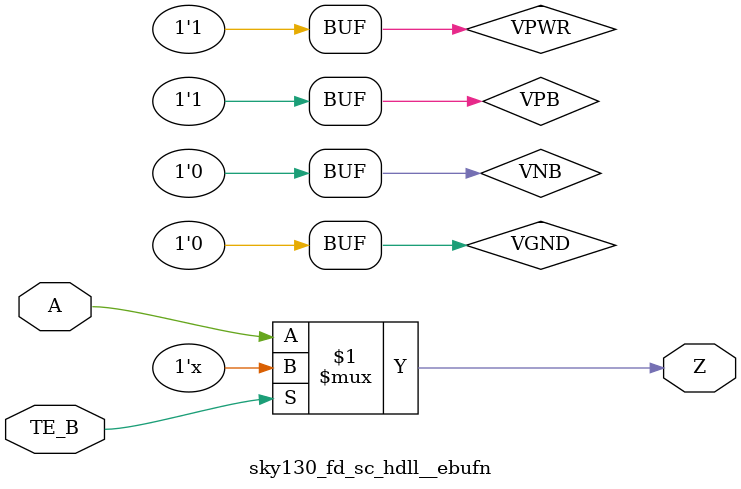
<source format=v>
/*
 * Copyright 2020 The SkyWater PDK Authors
 *
 * Licensed under the Apache License, Version 2.0 (the "License");
 * you may not use this file except in compliance with the License.
 * You may obtain a copy of the License at
 *
 *     https://www.apache.org/licenses/LICENSE-2.0
 *
 * Unless required by applicable law or agreed to in writing, software
 * distributed under the License is distributed on an "AS IS" BASIS,
 * WITHOUT WARRANTIES OR CONDITIONS OF ANY KIND, either express or implied.
 * See the License for the specific language governing permissions and
 * limitations under the License.
 *
 * SPDX-License-Identifier: Apache-2.0
*/


`ifndef SKY130_FD_SC_HDLL__EBUFN_BEHAVIORAL_V
`define SKY130_FD_SC_HDLL__EBUFN_BEHAVIORAL_V

/**
 * ebufn: Tri-state buffer, negative enable.
 *
 * Verilog simulation functional model.
 */

`timescale 1ns / 1ps
`default_nettype none

`celldefine
module sky130_fd_sc_hdll__ebufn (
    Z   ,
    A   ,
    TE_B
);

    // Module ports
    output Z   ;
    input  A   ;
    input  TE_B;

    // Module supplies
    supply1 VPWR;
    supply0 VGND;
    supply1 VPB ;
    supply0 VNB ;

    //     Name     Output  Other arguments
    bufif0 bufif00 (Z     , A, TE_B        );

endmodule
`endcelldefine

`default_nettype wire
`endif  // SKY130_FD_SC_HDLL__EBUFN_BEHAVIORAL_V
</source>
